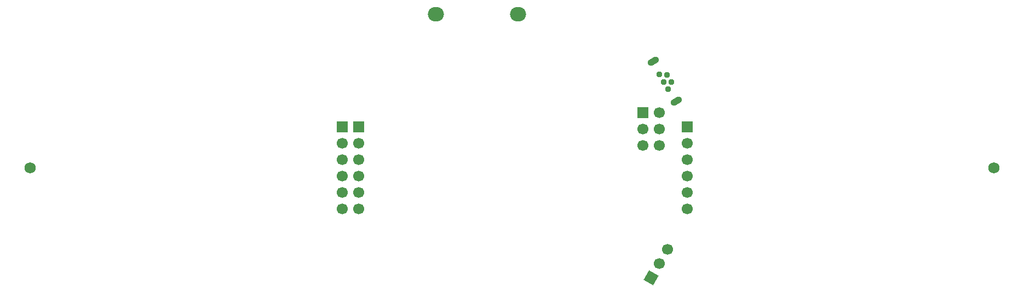
<source format=gbr>
G04 DipTrace 3.3.1.3*
G04 BottomMask.gbr*
%MOIN*%
G04 #@! TF.FileFunction,Soldermask,Bot*
G04 #@! TF.Part,Single*
%AMOUTLINE10*
4,1,16,
0.024717,-0.008459,
0.030839,-0.00278,
0.034056,0.005416,
0.033398,0.014198,
0.028994,0.021824,
0.021719,0.026784,
0.013012,0.028097,
0.005032,0.025635,
-0.024717,0.008459,
-0.030839,0.00278,
-0.034056,-0.005416,
-0.033398,-0.014198,
-0.028994,-0.021824,
-0.021719,-0.026784,
-0.013012,-0.028097,
-0.005032,-0.025635,
0.024717,-0.008459,
0*%
%AMOUTLINE13*
4,1,4,
-0.045714,-0.012249,
-0.012249,0.045714,
0.045714,0.012249,
0.012249,-0.045714,
-0.045714,-0.012249,
0*%
%ADD57C,0.068898*%
%ADD81C,0.066929*%
%ADD83R,0.066929X0.066929*%
%ADD85C,0.037402*%
%ADD103O,0.097874X0.087874*%
%ADD118OUTLINE10*%
%ADD121OUTLINE13*%
%FSLAX26Y26*%
G04*
G70*
G90*
G75*
G01*
G04 BotMask*
%LPD*%
D103*
X3427329Y3947180D3*
X2927329D3*
D57*
X6326829Y3009690D3*
X458080D3*
D85*
X4289329Y3578441D3*
X4336219Y3575963D3*
X4314920Y3534117D3*
X4361810Y3531640D3*
X4340510Y3489793D3*
D118*
X4252046Y3660339D3*
X4392794Y3416556D3*
D83*
X4189329Y3347190D3*
D81*
X4289329D3*
X4189329Y3247190D3*
X4289329D3*
X4189329Y3147190D3*
X4289329D3*
D121*
X4239329Y2340941D3*
D81*
X4289329Y2427543D3*
X4339329Y2514146D3*
D83*
X2458080Y3259690D3*
D81*
Y3159690D3*
Y3059690D3*
Y2959690D3*
Y2859690D3*
Y2759690D3*
D83*
X2358080Y3259690D3*
D81*
Y3159690D3*
Y3059690D3*
Y2959690D3*
Y2859690D3*
Y2759690D3*
D83*
X4458080Y3259690D3*
D81*
Y3159690D3*
Y3059690D3*
Y2959690D3*
Y2859690D3*
Y2759690D3*
M02*

</source>
